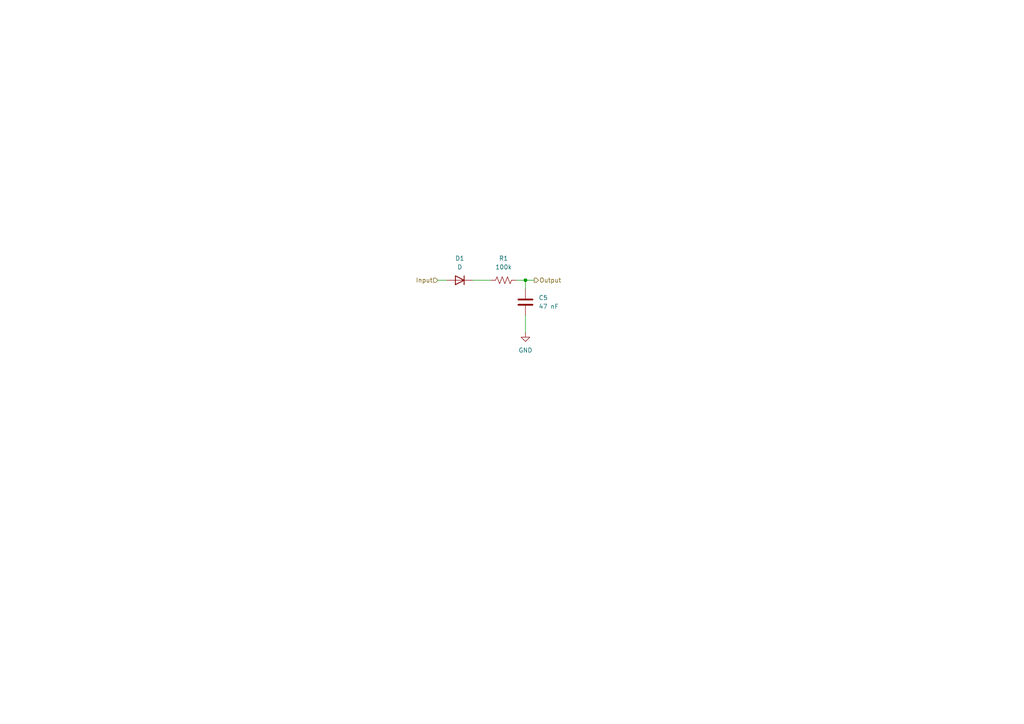
<source format=kicad_sch>
(kicad_sch (version 20250114) (generator "eeschema") (generator_version "9.0")
  (paper "A4")
  (lib_symbols
    (symbol "Device:C" (pin_numbers (hide yes)) (pin_names (offset 0.254))
      (property "Reference" "C" (at 0.635 2.54 0))
      (property "Value" "C" (at 0.635 -2.54 0))
      (symbol "C_0_1"
        (polyline (pts (xy -2.032 0.762) (xy 2.032 0.762)) (stroke (width 0.508)))
        (polyline (pts (xy -2.032 -0.762) (xy 2.032 -0.762)) (stroke (width 0.508)))
      )
      (symbol "C_1_1"
        (pin passive line (at 0 3.81 270) (length 2.794) (name "~") (number "1"))
        (pin passive line (at 0 -3.81 90) (length 2.794) (name "~") (number "2"))
      )
    )
    (symbol "Device:D" (pin_numbers (hide yes)) (pin_names (offset 1.016) (hide yes))
      (property "Reference" "D" (at 0 2.54 0))
      (property "Value" "D" (at 0 -2.54 0))
      (symbol "D_0_1"
        (polyline (pts (xy -1.27 1.27) (xy -1.27 -1.27)) (stroke (width 0.254)))
        (polyline (pts (xy 1.27 1.27) (xy 1.27 -1.27) (xy -1.27 0) (xy 1.27 1.27)) (stroke (width 0.254)))
        (polyline (pts (xy 1.27 0) (xy -1.27 0)))
      )
      (symbol "D_1_1"
        (pin passive line (at -3.81 0 0) (length 2.54) (name "K") (number "1"))
        (pin passive line (at 3.81 0 180) (length 2.54) (name "A") (number "2"))
      )
    )
    (symbol "Device:R_US" (pin_numbers (hide yes)) (pin_names (offset 0))
      (property "Reference" "R" (at 2.54 0 90))
      (property "Value" "R_US" (at -2.54 0 90))
      (symbol "R_US_0_1"
        (polyline (pts (xy 0 2.286) (xy 0 2.54)))
        (polyline (pts (xy 0 2.286) (xy 1.016 1.905) (xy 0 1.524) (xy -1.016 1.143) (xy 0 0.762)))
        (polyline (pts (xy 0 0.762) (xy 1.016 0.381) (xy 0 0) (xy -1.016 -0.381) (xy 0 -0.762)))
        (polyline (pts (xy 0 -0.762) (xy 1.016 -1.143) (xy 0 -1.524) (xy -1.016 -1.905) (xy 0 -2.286)))
        (polyline (pts (xy 0 -2.286) (xy 0 -2.54)))
      )
      (symbol "R_US_1_1"
        (pin passive line (at 0 3.81 270) (length 1.27) (name "~") (number "1"))
        (pin passive line (at 0 -3.81 90) (length 1.27) (name "~") (number "2"))
      )
    )
    (symbol "power:GND" (power) (pin_numbers (hide yes)) (pin_names (offset 0) (hide yes))
      (property "Value" "GND" (at 0 -3.81 0))
      (symbol "GND_0_1"
        (polyline (pts (xy 0 0) (xy 0 -1.27) (xy 1.27 -1.27) (xy 0 -2.54) (xy -1.27 -1.27) (xy 0 -1.27)))
      )
      (symbol "GND_1_1"
        (pin power_in line (at 0 0 270) (length 0) (name "~") (number "1"))
      )
    )
  )
  (junction (at 152.4 81.28))
  (wire (pts (xy 152.4 81.28) (xy 152.4 83.82)))
  (wire (pts (xy 127 81.28) (xy 129.54 81.28)))
  (wire (pts (xy 152.4 91.44) (xy 152.4 96.52)))
  (wire (pts (xy 152.4 81.28) (xy 154.94 81.28)))
  (wire (pts (xy 137.16 81.28) (xy 142.24 81.28)))
  (wire (pts (xy 149.86 81.28) (xy 152.4 81.28)))
  (hierarchical_label "Output" (shape output) (at 154.94 81.28 0))
  (hierarchical_label "Input" (shape input) (at 127 81.28 180))
  (symbol (lib_id "Device:R_US") (at 146.05 81.28 90) (unit 1)
    (property "Reference" "R1" (at 146.05 74.93 90))
    (property "Value" "100k" (at 146.05 77.47 90))
    (property "Description" "Resistor, US symbol" (effects (hide yes)))
  )
  (symbol (lib_id "power:GND") (at 152.4 96.52 0) (unit 1)
    (property "Reference" "#PWR08" (effects (hide yes)))
    (property "Value" "GND" (at 152.4 101.6 0))
    (property "Description" "Power symbol creates a global label with name \"GND\" , ground" (effects (hide yes)))
  )
  (symbol (lib_id "Device:C") (at 152.4 87.63 0) (unit 1)
    (property "Reference" "C5" (at 156.21 86.3599 0) (effects (justify left)))
    (property "Value" "47 nF" (at 156.21 88.8999 0) (effects (justify left)))
    (property "Description" "Unpolarized capacitor" (effects (hide yes)))
  )
  (symbol (lib_id "Device:D") (at 133.35 81.28 180) (unit 1)
    (property "Reference" "D1" (at 133.35 74.93 0))
    (property "Value" "D" (at 133.35 77.47 0))
    (property "Description" "Diode" (effects (hide yes)))
    (property "Sim.Device" "D" (effects (hide yes)))
    (property "Sim.Pins" "1=K 2=A" (effects (hide yes)))
  )
)
</source>
